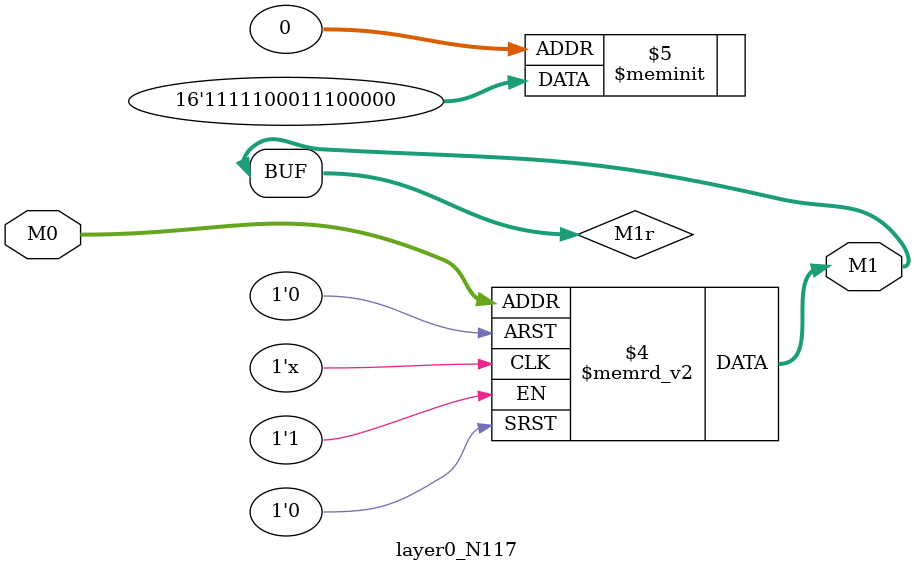
<source format=v>
module layer0_N117 ( input [2:0] M0, output [1:0] M1 );

	(*rom_style = "distributed" *) reg [1:0] M1r;
	assign M1 = M1r;
	always @ (M0) begin
		case (M0)
			3'b000: M1r = 2'b00;
			3'b100: M1r = 2'b00;
			3'b010: M1r = 2'b10;
			3'b110: M1r = 2'b11;
			3'b001: M1r = 2'b00;
			3'b101: M1r = 2'b10;
			3'b011: M1r = 2'b11;
			3'b111: M1r = 2'b11;

		endcase
	end
endmodule

</source>
